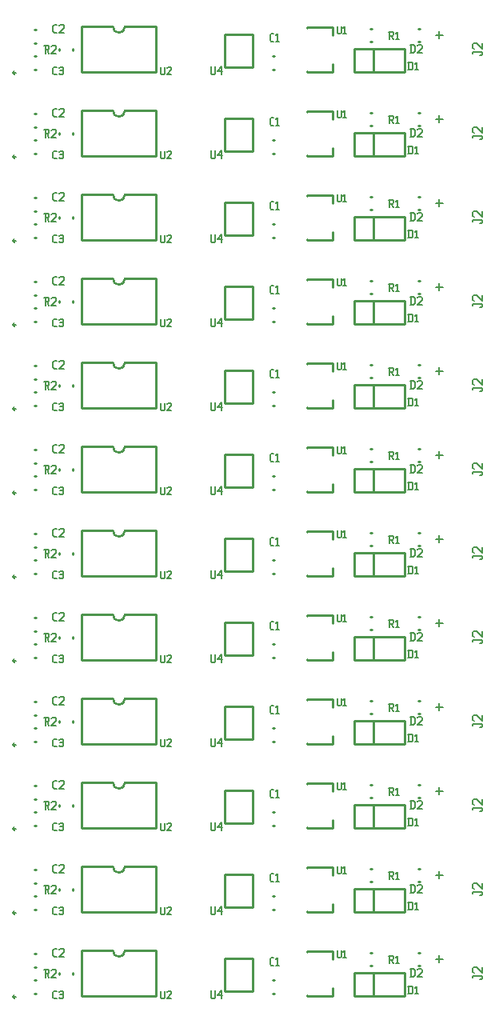
<source format=gbr>
G04 start of page 9 for group -4079 idx -4079 *
G04 Title: (unknown), topsilk *
G04 Creator: pcb 20140316 *
G04 CreationDate: Thu 20 Aug 2020 02:40:25 AM GMT UTC *
G04 For: railfan *
G04 Format: Gerber/RS-274X *
G04 PCB-Dimensions (mil): 2500.00 4300.00 *
G04 PCB-Coordinate-Origin: lower left *
%MOIN*%
%FSLAX25Y25*%
%LNTOPSILK*%
%ADD68C,0.0100*%
%ADD67C,0.0080*%
G54D67*X213000Y273500D02*X216000D01*
X214500Y275000D02*Y272000D01*
X213000Y238500D02*X216000D01*
X214500Y240000D02*Y237000D01*
X213000Y203500D02*X216000D01*
X214500Y205000D02*Y202000D01*
X213000Y168500D02*X216000D01*
X214500Y170000D02*Y167000D01*
X213000Y133500D02*X216000D01*
X214500Y135000D02*Y132000D01*
X213000Y98500D02*X216000D01*
X214500Y100000D02*Y97000D01*
X213000Y63500D02*X216000D01*
X214500Y65000D02*Y62000D01*
X213000Y28500D02*X216000D01*
X214500Y30000D02*Y27000D01*
X213000Y343500D02*X216000D01*
X214500Y345000D02*Y342000D01*
X213000Y308500D02*X216000D01*
X213000Y413500D02*X216000D01*
X214500Y415000D02*Y412000D01*
X213000Y378500D02*X216000D01*
X214500Y380000D02*Y377000D01*
Y310000D02*Y307000D01*
G54D68*X37837Y397732D02*G75*G03X37837Y397732I-500J0D01*G01*
X56245Y407893D02*Y407107D01*
X61755Y407893D02*Y407107D01*
X45607Y404755D02*X46393D01*
X45607Y399245D02*X46393D01*
X45607Y415755D02*X46393D01*
X45607Y410245D02*X46393D01*
X65500Y417000D02*Y398000D01*
X96500D01*
Y417000D01*
X65500D02*X78500D01*
X96500D02*X83500D01*
X78500D02*G75*G03X83500Y417000I2500J0D01*G01*
X37837Y362732D02*G75*G03X37837Y362732I-500J0D01*G01*
X56245Y372893D02*Y372107D01*
X61755Y372893D02*Y372107D01*
X45607Y369755D02*X46393D01*
X45607Y364245D02*X46393D01*
X45607Y380755D02*X46393D01*
X45607Y375245D02*X46393D01*
X65500Y382000D02*Y363000D01*
X96500D01*
Y382000D01*
X65500D02*X78500D01*
X96500D02*X83500D01*
X78500D02*G75*G03X83500Y382000I2500J0D01*G01*
X179000Y328200D02*X200000D01*
X179000Y337800D02*X200000D01*
X179000Y328200D02*Y337800D01*
X200000Y328200D02*Y337800D01*
X187000Y328200D02*Y337800D01*
X159520Y346750D02*X170150D01*
X159520Y328250D02*X170150D01*
Y346750D02*Y343500D01*
Y331500D02*Y328250D01*
X159520Y346750D02*Y346571D01*
Y328429D02*Y328250D01*
X185607Y346255D02*X186393D01*
X185607Y340745D02*X186393D01*
X205607Y346255D02*X206393D01*
X205607Y340745D02*X206393D01*
X145107Y329245D02*X145893D01*
X145107Y334755D02*X145893D01*
X179000Y293200D02*X200000D01*
X179000Y302800D02*X200000D01*
X179000Y293200D02*Y302800D01*
X200000Y293200D02*Y302800D01*
X187000Y293200D02*Y302800D01*
X159520Y311750D02*X170150D01*
X159520Y293250D02*X170150D01*
Y311750D02*Y308500D01*
Y296500D02*Y293250D01*
X159520Y311750D02*Y311571D01*
Y293429D02*Y293250D01*
X145107Y294245D02*X145893D01*
X145107Y299755D02*X145893D01*
X185607Y311255D02*X186393D01*
X185607Y305745D02*X186393D01*
X205607Y311255D02*X206393D01*
X205607Y305745D02*X206393D01*
X37837Y327732D02*G75*G03X37837Y327732I-500J0D01*G01*
X56245Y337893D02*Y337107D01*
X61755Y337893D02*Y337107D01*
X45607Y334755D02*X46393D01*
X45607Y329245D02*X46393D01*
X45607Y345755D02*X46393D01*
X45607Y340245D02*X46393D01*
X136900Y343900D02*Y330000D01*
X125100Y343900D02*X136900D01*
X125100D02*Y330000D01*
X136900D01*
X65500Y347000D02*Y328000D01*
X96500D01*
Y347000D01*
X65500D02*X78500D01*
X96500D02*X83500D01*
X78500D02*G75*G03X83500Y347000I2500J0D01*G01*
X179000Y398200D02*X200000D01*
X179000Y407800D02*X200000D01*
X179000Y398200D02*Y407800D01*
X200000Y398200D02*Y407800D01*
X187000Y398200D02*Y407800D01*
X185607Y416255D02*X186393D01*
X185607Y410745D02*X186393D01*
X205607Y416255D02*X206393D01*
X205607Y410745D02*X206393D01*
X159520Y416750D02*X170150D01*
X159520Y398250D02*X170150D01*
Y416750D02*Y413500D01*
Y401500D02*Y398250D01*
X159520Y416750D02*Y416571D01*
Y398429D02*Y398250D01*
Y381750D02*X170150D01*
X159520Y363250D02*X170150D01*
Y381750D02*Y378500D01*
Y366500D02*Y363250D01*
X159520Y381750D02*Y381571D01*
Y363429D02*Y363250D01*
X145107Y399245D02*X145893D01*
X145107Y404755D02*X145893D01*
X145107Y364245D02*X145893D01*
X145107Y369755D02*X145893D01*
X179000Y363200D02*X200000D01*
X179000Y372800D02*X200000D01*
X179000Y363200D02*Y372800D01*
X200000Y363200D02*Y372800D01*
X187000Y363200D02*Y372800D01*
X185607Y381255D02*X186393D01*
X185607Y375745D02*X186393D01*
X205607Y381255D02*X206393D01*
X205607Y375745D02*X206393D01*
X136900Y413900D02*Y400000D01*
X125100Y413900D02*X136900D01*
X125100D02*Y400000D01*
X136900D01*
Y378900D02*Y365000D01*
X125100Y378900D02*X136900D01*
X125100D02*Y365000D01*
X136900D01*
X37837Y292732D02*G75*G03X37837Y292732I-500J0D01*G01*
Y257732D02*G75*G03X37837Y257732I-500J0D01*G01*
Y222732D02*G75*G03X37837Y222732I-500J0D01*G01*
X56245Y302893D02*Y302107D01*
X61755Y302893D02*Y302107D01*
X45607Y299755D02*X46393D01*
X45607Y294245D02*X46393D01*
X45607Y310755D02*X46393D01*
X45607Y305245D02*X46393D01*
X56245Y267893D02*Y267107D01*
X61755Y267893D02*Y267107D01*
X45607Y264755D02*X46393D01*
X45607Y259245D02*X46393D01*
X45607Y275755D02*X46393D01*
X45607Y270245D02*X46393D01*
X65500Y277000D02*Y258000D01*
X96500D01*
Y277000D01*
X65500D02*X78500D01*
X96500D02*X83500D01*
X78500D02*G75*G03X83500Y277000I2500J0D01*G01*
X45607Y240755D02*X46393D01*
X45607Y235245D02*X46393D01*
X136900Y308900D02*Y295000D01*
X125100Y308900D02*X136900D01*
X125100D02*Y295000D01*
X136900D01*
X65500Y312000D02*Y293000D01*
X96500D01*
Y312000D01*
X65500D02*X78500D01*
X96500D02*X83500D01*
X78500D02*G75*G03X83500Y312000I2500J0D01*G01*
X136900Y273900D02*Y260000D01*
X125100Y273900D02*X136900D01*
X125100D02*Y260000D01*
X136900D01*
Y238900D02*Y225000D01*
X125100Y238900D02*X136900D01*
X125100D02*Y225000D01*
X136900D01*
Y203900D02*Y190000D01*
X125100Y203900D02*X136900D01*
X125100D02*Y190000D01*
X136900D01*
X45607Y159755D02*X46393D01*
X45607Y154245D02*X46393D01*
X65500Y172000D02*Y153000D01*
X96500D01*
Y172000D01*
X65500D02*X78500D01*
X96500D02*X83500D01*
X78500D02*G75*G03X83500Y172000I2500J0D01*G01*
X45607Y170755D02*X46393D01*
X45607Y165245D02*X46393D01*
X56245Y127893D02*Y127107D01*
X61755Y127893D02*Y127107D01*
X45607Y124755D02*X46393D01*
X45607Y119245D02*X46393D01*
X45607Y135755D02*X46393D01*
X45607Y130245D02*X46393D01*
X65500Y137000D02*Y118000D01*
X96500D01*
Y137000D01*
X65500D02*X78500D01*
X96500D02*X83500D01*
X78500D02*G75*G03X83500Y137000I2500J0D01*G01*
X37837Y187732D02*G75*G03X37837Y187732I-500J0D01*G01*
Y152732D02*G75*G03X37837Y152732I-500J0D01*G01*
Y117732D02*G75*G03X37837Y117732I-500J0D01*G01*
Y82732D02*G75*G03X37837Y82732I-500J0D01*G01*
X56245Y92893D02*Y92107D01*
X61755Y92893D02*Y92107D01*
X65500Y102000D02*Y83000D01*
X96500D01*
Y102000D01*
X65500D02*X78500D01*
X96500D02*X83500D01*
X78500D02*G75*G03X83500Y102000I2500J0D01*G01*
X45607Y89755D02*X46393D01*
X45607Y84245D02*X46393D01*
X45607Y100755D02*X46393D01*
X45607Y95245D02*X46393D01*
X179000Y258200D02*X200000D01*
X179000Y267800D02*X200000D01*
X179000Y258200D02*Y267800D01*
X200000Y258200D02*Y267800D01*
X187000Y258200D02*Y267800D01*
X159520Y276750D02*X170150D01*
X159520Y258250D02*X170150D01*
Y276750D02*Y273500D01*
Y261500D02*Y258250D01*
X159520Y276750D02*Y276571D01*
Y258429D02*Y258250D01*
X185607Y276255D02*X186393D01*
X185607Y270745D02*X186393D01*
X205607Y276255D02*X206393D01*
X205607Y270745D02*X206393D01*
X145107Y259245D02*X145893D01*
X145107Y264755D02*X145893D01*
X179000Y223200D02*X200000D01*
X179000Y232800D02*X200000D01*
X179000Y223200D02*Y232800D01*
X200000Y223200D02*Y232800D01*
X187000Y223200D02*Y232800D01*
X159520Y241750D02*X170150D01*
X159520Y223250D02*X170150D01*
Y241750D02*Y238500D01*
Y226500D02*Y223250D01*
X159520Y241750D02*Y241571D01*
Y223429D02*Y223250D01*
X145107Y224245D02*X145893D01*
X145107Y229755D02*X145893D01*
X185607Y241255D02*X186393D01*
X185607Y235745D02*X186393D01*
X205607Y241255D02*X206393D01*
X205607Y235745D02*X206393D01*
X56245Y232893D02*Y232107D01*
X61755Y232893D02*Y232107D01*
X45607Y229755D02*X46393D01*
X45607Y224245D02*X46393D01*
X45607Y205755D02*X46393D01*
X45607Y200245D02*X46393D01*
X65500Y242000D02*Y223000D01*
X96500D01*
Y242000D01*
X65500D02*X78500D01*
X96500D02*X83500D01*
X78500D02*G75*G03X83500Y242000I2500J0D01*G01*
X65500Y207000D02*Y188000D01*
X96500D01*
Y207000D01*
X65500D02*X78500D01*
X96500D02*X83500D01*
X78500D02*G75*G03X83500Y207000I2500J0D01*G01*
X56245Y197893D02*Y197107D01*
X61755Y197893D02*Y197107D01*
X45607Y194755D02*X46393D01*
X45607Y189245D02*X46393D01*
X56245Y162893D02*Y162107D01*
X61755Y162893D02*Y162107D01*
X179000Y188200D02*X200000D01*
X179000Y197800D02*X200000D01*
X179000Y188200D02*Y197800D01*
X200000Y188200D02*Y197800D01*
X187000Y188200D02*Y197800D01*
X159520Y206750D02*X170150D01*
X159520Y188250D02*X170150D01*
Y206750D02*Y203500D01*
Y191500D02*Y188250D01*
X159520Y206750D02*Y206571D01*
Y188429D02*Y188250D01*
X185607Y206255D02*X186393D01*
X185607Y200745D02*X186393D01*
X205607Y206255D02*X206393D01*
X205607Y200745D02*X206393D01*
X145107Y189245D02*X145893D01*
X145107Y194755D02*X145893D01*
X179000Y153200D02*X200000D01*
X179000Y162800D02*X200000D01*
X179000Y153200D02*Y162800D01*
X200000Y153200D02*Y162800D01*
X187000Y153200D02*Y162800D01*
X159520Y171750D02*X170150D01*
X159520Y153250D02*X170150D01*
Y171750D02*Y168500D01*
Y156500D02*Y153250D01*
X159520Y171750D02*Y171571D01*
Y153429D02*Y153250D01*
X145107Y154245D02*X145893D01*
X145107Y159755D02*X145893D01*
X185607Y171255D02*X186393D01*
X185607Y165745D02*X186393D01*
X205607Y171255D02*X206393D01*
X205607Y165745D02*X206393D01*
X136900Y168900D02*Y155000D01*
X125100Y168900D02*X136900D01*
X125100D02*Y155000D01*
X136900D01*
X179000Y118200D02*X200000D01*
X179000Y127800D02*X200000D01*
X179000Y118200D02*Y127800D01*
X200000Y118200D02*Y127800D01*
X187000Y118200D02*Y127800D01*
X159520Y136750D02*X170150D01*
X159520Y118250D02*X170150D01*
Y136750D02*Y133500D01*
Y121500D02*Y118250D01*
X159520Y136750D02*Y136571D01*
Y118429D02*Y118250D01*
X185607Y136255D02*X186393D01*
X185607Y130745D02*X186393D01*
X205607Y136255D02*X206393D01*
X205607Y130745D02*X206393D01*
X145107Y119245D02*X145893D01*
X145107Y124755D02*X145893D01*
X179000Y83200D02*X200000D01*
X179000Y92800D02*X200000D01*
X179000Y83200D02*Y92800D01*
X200000Y83200D02*Y92800D01*
X187000Y83200D02*Y92800D01*
X159520Y101750D02*X170150D01*
X159520Y83250D02*X170150D01*
Y101750D02*Y98500D01*
Y86500D02*Y83250D01*
X159520Y101750D02*Y101571D01*
Y83429D02*Y83250D01*
X145107Y84245D02*X145893D01*
X145107Y89755D02*X145893D01*
X185607Y101255D02*X186393D01*
X185607Y95745D02*X186393D01*
X205607Y101255D02*X206393D01*
X205607Y95745D02*X206393D01*
X136900Y133900D02*Y120000D01*
X125100Y133900D02*X136900D01*
X125100D02*Y120000D01*
X136900D01*
Y98900D02*Y85000D01*
X125100Y98900D02*X136900D01*
X125100D02*Y85000D01*
X136900D01*
X37837Y47732D02*G75*G03X37837Y47732I-500J0D01*G01*
X45607Y54755D02*X46393D01*
X45607Y49245D02*X46393D01*
X45607Y65755D02*X46393D01*
X45607Y60245D02*X46393D01*
X37837Y12732D02*G75*G03X37837Y12732I-500J0D01*G01*
X45607Y19755D02*X46393D01*
X45607Y14245D02*X46393D01*
X45607Y30755D02*X46393D01*
X45607Y25245D02*X46393D01*
X136900Y63900D02*Y50000D01*
X125100Y63900D02*X136900D01*
X125100D02*Y50000D01*
X136900D01*
X56245Y57893D02*Y57107D01*
X61755Y57893D02*Y57107D01*
X65500Y67000D02*Y48000D01*
X96500D01*
Y67000D01*
X65500D02*X78500D01*
X96500D02*X83500D01*
X78500D02*G75*G03X83500Y67000I2500J0D01*G01*
X56245Y22893D02*Y22107D01*
X61755Y22893D02*Y22107D01*
X136900Y28900D02*Y15000D01*
X125100Y28900D02*X136900D01*
X125100D02*Y15000D01*
X136900D01*
X65500Y32000D02*Y13000D01*
X96500D01*
Y32000D01*
X65500D02*X78500D01*
X96500D02*X83500D01*
X78500D02*G75*G03X83500Y32000I2500J0D01*G01*
X179000Y48200D02*X200000D01*
X179000Y57800D02*X200000D01*
X179000Y48200D02*Y57800D01*
X200000Y48200D02*Y57800D01*
X187000Y48200D02*Y57800D01*
X159520Y66750D02*X170150D01*
X159520Y48250D02*X170150D01*
Y66750D02*Y63500D01*
Y51500D02*Y48250D01*
X159520Y66750D02*Y66571D01*
Y48429D02*Y48250D01*
X185607Y66255D02*X186393D01*
X185607Y60745D02*X186393D01*
X205607Y66255D02*X206393D01*
X205607Y60745D02*X206393D01*
X145107Y49245D02*X145893D01*
X145107Y54755D02*X145893D01*
X179000Y13200D02*X200000D01*
X179000Y22800D02*X200000D01*
X179000Y13200D02*Y22800D01*
X200000Y13200D02*Y22800D01*
X187000Y13200D02*Y22800D01*
X159520Y31750D02*X170150D01*
X159520Y13250D02*X170150D01*
Y31750D02*Y28500D01*
Y16500D02*Y13250D01*
X159520Y31750D02*Y31571D01*
Y13429D02*Y13250D01*
X145107Y14245D02*X145893D01*
X145107Y19755D02*X145893D01*
X185607Y31255D02*X186393D01*
X185607Y25745D02*X186393D01*
X205607Y31255D02*X206393D01*
X205607Y25745D02*X206393D01*
G54D67*X54060Y362000D02*X55100D01*
X53500Y362560D02*X54060Y362000D01*
X53500Y364640D02*Y362560D01*
Y364640D02*X54060Y365200D01*
X55100D01*
X56060Y364800D02*X56460Y365200D01*
X57260D01*
X57660Y364800D01*
X57260Y362000D02*X57660Y362400D01*
X56460Y362000D02*X57260D01*
X56060Y362400D02*X56460Y362000D01*
Y363760D02*X57260D01*
X57660Y364800D02*Y364160D01*
Y363360D02*Y362400D01*
Y363360D02*X57260Y363760D01*
X57660Y364160D02*X57260Y363760D01*
X49900Y339100D02*X51500D01*
X51900Y338700D01*
Y337900D01*
X51500Y337500D02*X51900Y337900D01*
X50300Y337500D02*X51500D01*
X50300Y339100D02*Y335900D01*
X50940Y337500D02*X51900Y335900D01*
X52860Y338700D02*X53260Y339100D01*
X54460D01*
X54860Y338700D01*
Y337900D01*
X52860Y335900D02*X54860Y337900D01*
X52860Y335900D02*X54860D01*
X54060Y344500D02*X55100D01*
X53500Y345060D02*X54060Y344500D01*
X53500Y347140D02*Y345060D01*
Y347140D02*X54060Y347700D01*
X55100D01*
X56060Y347300D02*X56460Y347700D01*
X57660D01*
X58060Y347300D01*
Y346500D01*
X56060Y344500D02*X58060Y346500D01*
X56060Y344500D02*X58060D01*
X54060Y327000D02*X55100D01*
X53500Y327560D02*X54060Y327000D01*
X53500Y329640D02*Y327560D01*
Y329640D02*X54060Y330200D01*
X55100D01*
X56060Y329800D02*X56460Y330200D01*
X57260D01*
X57660Y329800D01*
X57260Y327000D02*X57660Y327400D01*
X56460Y327000D02*X57260D01*
X56060Y327400D02*X56460Y327000D01*
Y328760D02*X57260D01*
X57660Y329800D02*Y329160D01*
Y328360D02*Y327400D01*
Y328360D02*X57260Y328760D01*
X57660Y329160D02*X57260Y328760D01*
X49900Y269100D02*X51500D01*
X51900Y268700D01*
Y267900D01*
X51500Y267500D02*X51900Y267900D01*
X50300Y267500D02*X51500D01*
X50300Y269100D02*Y265900D01*
X50940Y267500D02*X51900Y265900D01*
X52860Y268700D02*X53260Y269100D01*
X54460D01*
X54860Y268700D01*
Y267900D01*
X52860Y265900D02*X54860Y267900D01*
X52860Y265900D02*X54860D01*
X54060Y257000D02*X55100D01*
X53500Y257560D02*X54060Y257000D01*
X53500Y259640D02*Y257560D01*
Y259640D02*X54060Y260200D01*
X55100D01*
X56060Y259800D02*X56460Y260200D01*
X57260D01*
X57660Y259800D01*
X57260Y257000D02*X57660Y257400D01*
X56460Y257000D02*X57260D01*
X56060Y257400D02*X56460Y257000D01*
Y258760D02*X57260D01*
X57660Y259800D02*Y259160D01*
Y258360D02*Y257400D01*
Y258360D02*X57260Y258760D01*
X57660Y259160D02*X57260Y258760D01*
X54060Y274500D02*X55100D01*
X53500Y275060D02*X54060Y274500D01*
X53500Y277140D02*Y275060D01*
Y277140D02*X54060Y277700D01*
X55100D01*
X56060Y277300D02*X56460Y277700D01*
X57660D01*
X58060Y277300D01*
Y276500D01*
X56060Y274500D02*X58060Y276500D01*
X56060Y274500D02*X58060D01*
X49900Y304100D02*X51500D01*
X51900Y303700D01*
Y302900D01*
X51500Y302500D02*X51900Y302900D01*
X50300Y302500D02*X51500D01*
X50300Y304100D02*Y300900D01*
X50940Y302500D02*X51900Y300900D01*
X52860Y303700D02*X53260Y304100D01*
X54460D01*
X54860Y303700D01*
Y302900D01*
X52860Y300900D02*X54860Y302900D01*
X52860Y300900D02*X54860D01*
X54060Y309500D02*X55100D01*
X53500Y310060D02*X54060Y309500D01*
X53500Y312140D02*Y310060D01*
Y312140D02*X54060Y312700D01*
X55100D01*
X56060Y312300D02*X56460Y312700D01*
X57660D01*
X58060Y312300D01*
Y311500D01*
X56060Y309500D02*X58060Y311500D01*
X56060Y309500D02*X58060D01*
X119500Y365300D02*Y362500D01*
X119900Y362100D01*
X120700D01*
X121100Y362500D01*
Y365300D02*Y362500D01*
X122060Y363300D02*X123660Y365300D01*
X122060Y363300D02*X124060D01*
X123660Y365300D02*Y362100D01*
X98500Y365230D02*Y362535D01*
X98885Y362150D01*
X99655D01*
X100040Y362535D01*
Y365230D02*Y362535D01*
X100964Y364845D02*X101349Y365230D01*
X102504D01*
X102889Y364845D01*
Y364075D01*
X100964Y362150D02*X102889Y364075D01*
X100964Y362150D02*X102889D01*
X119500Y330300D02*Y327500D01*
X119900Y327100D01*
X120700D01*
X121100Y327500D01*
Y330300D02*Y327500D01*
X122060Y328300D02*X123660Y330300D01*
X122060Y328300D02*X124060D01*
X123660Y330300D02*Y327100D01*
X54060Y292000D02*X55100D01*
X53500Y292560D02*X54060Y292000D01*
X53500Y294640D02*Y292560D01*
Y294640D02*X54060Y295200D01*
X55100D01*
X56060Y294800D02*X56460Y295200D01*
X57260D01*
X57660Y294800D01*
X57260Y292000D02*X57660Y292400D01*
X56460Y292000D02*X57260D01*
X56060Y292400D02*X56460Y292000D01*
Y293760D02*X57260D01*
X57660Y294800D02*Y294160D01*
Y293360D02*Y292400D01*
Y293360D02*X57260Y293760D01*
X57660Y294160D02*X57260Y293760D01*
X119500Y295300D02*Y292500D01*
X119900Y292100D01*
X120700D01*
X121100Y292500D01*
Y295300D02*Y292500D01*
X122060Y293300D02*X123660Y295300D01*
X122060Y293300D02*X124060D01*
X123660Y295300D02*Y292100D01*
X98500Y295230D02*Y292535D01*
X98885Y292150D01*
X99655D01*
X100040Y292535D01*
Y295230D02*Y292535D01*
X100964Y294845D02*X101349Y295230D01*
X102504D01*
X102889Y294845D01*
Y294075D01*
X100964Y292150D02*X102889Y294075D01*
X100964Y292150D02*X102889D01*
X98500Y330230D02*Y327535D01*
X98885Y327150D01*
X99655D01*
X100040Y327535D01*
Y330230D02*Y327535D01*
X100964Y329845D02*X101349Y330230D01*
X102504D01*
X102889Y329845D01*
Y329075D01*
X100964Y327150D02*X102889Y329075D01*
X100964Y327150D02*X102889D01*
X119500Y260300D02*Y257500D01*
X119900Y257100D01*
X120700D01*
X121100Y257500D01*
Y260300D02*Y257500D01*
X122060Y258300D02*X123660Y260300D01*
X122060Y258300D02*X124060D01*
X123660Y260300D02*Y257100D01*
X98500Y260230D02*Y257535D01*
X98885Y257150D01*
X99655D01*
X100040Y257535D01*
Y260230D02*Y257535D01*
X100964Y259845D02*X101349Y260230D01*
X102504D01*
X102889Y259845D01*
Y259075D01*
X100964Y257150D02*X102889Y259075D01*
X100964Y257150D02*X102889D01*
X119500Y225300D02*Y222500D01*
X119900Y222100D01*
X120700D01*
X121100Y222500D01*
Y225300D02*Y222500D01*
X122060Y223300D02*X123660Y225300D01*
X122060Y223300D02*X124060D01*
X123660Y225300D02*Y222100D01*
X98500Y225230D02*Y222535D01*
X98885Y222150D01*
X99655D01*
X100040Y222535D01*
Y225230D02*Y222535D01*
X100964Y224845D02*X101349Y225230D01*
X102504D01*
X102889Y224845D01*
Y224075D01*
X100964Y222150D02*X102889Y224075D01*
X100964Y222150D02*X102889D01*
X49900Y234100D02*X51500D01*
X51900Y233700D01*
Y232900D01*
X51500Y232500D02*X51900Y232900D01*
X50300Y232500D02*X51500D01*
X50300Y234100D02*Y230900D01*
X50940Y232500D02*X51900Y230900D01*
X52860Y233700D02*X53260Y234100D01*
X54460D01*
X54860Y233700D01*
Y232900D01*
X52860Y230900D02*X54860Y232900D01*
X52860Y230900D02*X54860D01*
X54060Y222000D02*X55100D01*
X53500Y222560D02*X54060Y222000D01*
X53500Y224640D02*Y222560D01*
Y224640D02*X54060Y225200D01*
X55100D01*
X56060Y224800D02*X56460Y225200D01*
X57260D01*
X57660Y224800D01*
X57260Y222000D02*X57660Y222400D01*
X56460Y222000D02*X57260D01*
X56060Y222400D02*X56460Y222000D01*
Y223760D02*X57260D01*
X57660Y224800D02*Y224160D01*
Y223360D02*Y222400D01*
Y223360D02*X57260Y223760D01*
X57660Y224160D02*X57260Y223760D01*
X54060Y239500D02*X55100D01*
X53500Y240060D02*X54060Y239500D01*
X53500Y242140D02*Y240060D01*
Y242140D02*X54060Y242700D01*
X55100D01*
X56060Y242300D02*X56460Y242700D01*
X57660D01*
X58060Y242300D01*
Y241500D01*
X56060Y239500D02*X58060Y241500D01*
X56060Y239500D02*X58060D01*
X54060Y204500D02*X55100D01*
X53500Y205060D02*X54060Y204500D01*
X53500Y207140D02*Y205060D01*
Y207140D02*X54060Y207700D01*
X55100D01*
X56060Y207300D02*X56460Y207700D01*
X57660D01*
X58060Y207300D01*
Y206500D01*
X56060Y204500D02*X58060Y206500D01*
X56060Y204500D02*X58060D01*
X201900Y402200D02*Y399000D01*
X202940Y402200D02*X203500Y401640D01*
Y399560D01*
X202940Y399000D02*X203500Y399560D01*
X201500Y399000D02*X202940D01*
X201500Y402200D02*X202940D01*
X204460Y401560D02*X205100Y402200D01*
Y399000D01*
X204460D02*X205660D01*
X228500Y406500D02*Y405700D01*
Y406500D02*X232000D01*
X232500Y406000D02*X232000Y406500D01*
X232500Y406000D02*Y405500D01*
X232000Y405000D02*X232500Y405500D01*
X231500Y405000D02*X232000D01*
X229000Y407700D02*X228500Y408200D01*
Y409700D02*Y408200D01*
Y409700D02*X229000Y410200D01*
X230000D01*
X232500Y407700D02*X230000Y410200D01*
X232500D02*Y407700D01*
X202750Y409350D02*Y406150D01*
X203790Y409350D02*X204350Y408790D01*
Y406710D01*
X203790Y406150D02*X204350Y406710D01*
X202350Y406150D02*X203790D01*
X202350Y409350D02*X203790D01*
X205310Y408950D02*X205710Y409350D01*
X206910D01*
X207310Y408950D01*
Y408150D01*
X205310Y406150D02*X207310Y408150D01*
X205310Y406150D02*X207310D01*
X172000Y417200D02*Y414400D01*
X172400Y414000D01*
X173200D01*
X173600Y414400D01*
Y417200D02*Y414400D01*
X174560Y416560D02*X175200Y417200D01*
Y414000D01*
X174560D02*X175760D01*
X193436Y414850D02*X195036D01*
X195436Y414450D01*
Y413650D01*
X195036Y413250D02*X195436Y413650D01*
X193836Y413250D02*X195036D01*
X193836Y414850D02*Y411650D01*
X194476Y413250D02*X195436Y411650D01*
X196396Y414210D02*X197036Y414850D01*
Y411650D01*
X196396D02*X197596D01*
X193436Y379850D02*X195036D01*
X195436Y379450D01*
Y378650D01*
X195036Y378250D02*X195436Y378650D01*
X193836Y378250D02*X195036D01*
X193836Y379850D02*Y376650D01*
X194476Y378250D02*X195436Y376650D01*
X196396Y379210D02*X197036Y379850D01*
Y376650D01*
X196396D02*X197596D01*
X49900Y409100D02*X51500D01*
X51900Y408700D01*
Y407900D01*
X51500Y407500D02*X51900Y407900D01*
X50300Y407500D02*X51500D01*
X50300Y409100D02*Y405900D01*
X50940Y407500D02*X51900Y405900D01*
X52860Y408700D02*X53260Y409100D01*
X54460D01*
X54860Y408700D01*
Y407900D01*
X52860Y405900D02*X54860Y407900D01*
X52860Y405900D02*X54860D01*
X54060Y397000D02*X55100D01*
X53500Y397560D02*X54060Y397000D01*
X53500Y399640D02*Y397560D01*
Y399640D02*X54060Y400200D01*
X55100D01*
X56060Y399800D02*X56460Y400200D01*
X57260D01*
X57660Y399800D01*
X57260Y397000D02*X57660Y397400D01*
X56460Y397000D02*X57260D01*
X56060Y397400D02*X56460Y397000D01*
Y398760D02*X57260D01*
X57660Y399800D02*Y399160D01*
Y398360D02*Y397400D01*
Y398360D02*X57260Y398760D01*
X57660Y399160D02*X57260Y398760D01*
X54060Y414500D02*X55100D01*
X53500Y415060D02*X54060Y414500D01*
X53500Y417140D02*Y415060D01*
Y417140D02*X54060Y417700D01*
X55100D01*
X56060Y417300D02*X56460Y417700D01*
X57660D01*
X58060Y417300D01*
Y416500D01*
X56060Y414500D02*X58060Y416500D01*
X56060Y414500D02*X58060D01*
X119500Y400300D02*Y397500D01*
X119900Y397100D01*
X120700D01*
X121100Y397500D01*
Y400300D02*Y397500D01*
X122060Y398300D02*X123660Y400300D01*
X122060Y398300D02*X124060D01*
X123660Y400300D02*Y397100D01*
X98500Y400230D02*Y397535D01*
X98885Y397150D01*
X99655D01*
X100040Y397535D01*
Y400230D02*Y397535D01*
X100964Y399845D02*X101349Y400230D01*
X102504D01*
X102889Y399845D01*
Y399075D01*
X100964Y397150D02*X102889Y399075D01*
X100964Y397150D02*X102889D01*
X49900Y374100D02*X51500D01*
X51900Y373700D01*
Y372900D01*
X51500Y372500D02*X51900Y372900D01*
X50300Y372500D02*X51500D01*
X50300Y374100D02*Y370900D01*
X50940Y372500D02*X51900Y370900D01*
X52860Y373700D02*X53260Y374100D01*
X54460D01*
X54860Y373700D01*
Y372900D01*
X52860Y370900D02*X54860Y372900D01*
X52860Y370900D02*X54860D01*
X54060Y379500D02*X55100D01*
X53500Y380060D02*X54060Y379500D01*
X53500Y382140D02*Y380060D01*
Y382140D02*X54060Y382700D01*
X55100D01*
X56060Y382300D02*X56460Y382700D01*
X57660D01*
X58060Y382300D01*
Y381500D01*
X56060Y379500D02*X58060Y381500D01*
X56060Y379500D02*X58060D01*
X144497Y410906D02*X145537D01*
X143937Y411466D02*X144497Y410906D01*
X143937Y413546D02*Y411466D01*
Y413546D02*X144497Y414106D01*
X145537D01*
X146497Y413466D02*X147137Y414106D01*
Y410906D01*
X146497D02*X147697D01*
X144497Y375906D02*X145537D01*
X143937Y376466D02*X144497Y375906D01*
X143937Y378546D02*Y376466D01*
Y378546D02*X144497Y379106D01*
X145537D01*
X146497Y378466D02*X147137Y379106D01*
Y375906D01*
X146497D02*X147697D01*
X144497Y340906D02*X145537D01*
X143937Y341466D02*X144497Y340906D01*
X143937Y343546D02*Y341466D01*
Y343546D02*X144497Y344106D01*
X145537D01*
X146497Y343466D02*X147137Y344106D01*
Y340906D01*
X146497D02*X147697D01*
X144497Y305906D02*X145537D01*
X143937Y306466D02*X144497Y305906D01*
X143937Y308546D02*Y306466D01*
Y308546D02*X144497Y309106D01*
X145537D01*
X146497Y308466D02*X147137Y309106D01*
Y305906D01*
X146497D02*X147697D01*
X144497Y270906D02*X145537D01*
X143937Y271466D02*X144497Y270906D01*
X143937Y273546D02*Y271466D01*
Y273546D02*X144497Y274106D01*
X145537D01*
X146497Y273466D02*X147137Y274106D01*
Y270906D01*
X146497D02*X147697D01*
X228500Y371500D02*Y370700D01*
Y371500D02*X232000D01*
X232500Y371000D02*X232000Y371500D01*
X232500Y371000D02*Y370500D01*
X232000Y370000D02*X232500Y370500D01*
X231500Y370000D02*X232000D01*
X229000Y372700D02*X228500Y373200D01*
Y374700D02*Y373200D01*
Y374700D02*X229000Y375200D01*
X230000D01*
X232500Y372700D02*X230000Y375200D01*
X232500D02*Y372700D01*
X228500Y336500D02*Y335700D01*
Y336500D02*X232000D01*
X232500Y336000D02*X232000Y336500D01*
X232500Y336000D02*Y335500D01*
X232000Y335000D02*X232500Y335500D01*
X231500Y335000D02*X232000D01*
X229000Y337700D02*X228500Y338200D01*
Y339700D02*Y338200D01*
Y339700D02*X229000Y340200D01*
X230000D01*
X232500Y337700D02*X230000Y340200D01*
X232500D02*Y337700D01*
X172000Y382200D02*Y379400D01*
X172400Y379000D01*
X173200D01*
X173600Y379400D01*
Y382200D02*Y379400D01*
X174560Y381560D02*X175200Y382200D01*
Y379000D01*
X174560D02*X175760D01*
X172000Y347200D02*Y344400D01*
X172400Y344000D01*
X173200D01*
X173600Y344400D01*
Y347200D02*Y344400D01*
X174560Y346560D02*X175200Y347200D01*
Y344000D01*
X174560D02*X175760D01*
X172000Y312200D02*Y309400D01*
X172400Y309000D01*
X173200D01*
X173600Y309400D01*
Y312200D02*Y309400D01*
X174560Y311560D02*X175200Y312200D01*
Y309000D01*
X174560D02*X175760D01*
X172000Y277200D02*Y274400D01*
X172400Y274000D01*
X173200D01*
X173600Y274400D01*
Y277200D02*Y274400D01*
X174560Y276560D02*X175200Y277200D01*
Y274000D01*
X174560D02*X175760D01*
X201900Y367200D02*Y364000D01*
X202940Y367200D02*X203500Y366640D01*
Y364560D01*
X202940Y364000D02*X203500Y364560D01*
X201500Y364000D02*X202940D01*
X201500Y367200D02*X202940D01*
X204460Y366560D02*X205100Y367200D01*
Y364000D01*
X204460D02*X205660D01*
X202750Y374350D02*Y371150D01*
X203790Y374350D02*X204350Y373790D01*
Y371710D01*
X203790Y371150D02*X204350Y371710D01*
X202350Y371150D02*X203790D01*
X202350Y374350D02*X203790D01*
X205310Y373950D02*X205710Y374350D01*
X206910D01*
X207310Y373950D01*
Y373150D01*
X205310Y371150D02*X207310Y373150D01*
X205310Y371150D02*X207310D01*
X201900Y332200D02*Y329000D01*
X202940Y332200D02*X203500Y331640D01*
Y329560D01*
X202940Y329000D02*X203500Y329560D01*
X201500Y329000D02*X202940D01*
X201500Y332200D02*X202940D01*
X204460Y331560D02*X205100Y332200D01*
Y329000D01*
X204460D02*X205660D01*
X193436Y344850D02*X195036D01*
X195436Y344450D01*
Y343650D01*
X195036Y343250D02*X195436Y343650D01*
X193836Y343250D02*X195036D01*
X193836Y344850D02*Y341650D01*
X194476Y343250D02*X195436Y341650D01*
X196396Y344210D02*X197036Y344850D01*
Y341650D01*
X196396D02*X197596D01*
X202750Y339350D02*Y336150D01*
X203790Y339350D02*X204350Y338790D01*
Y336710D01*
X203790Y336150D02*X204350Y336710D01*
X202350Y336150D02*X203790D01*
X202350Y339350D02*X203790D01*
X205310Y338950D02*X205710Y339350D01*
X206910D01*
X207310Y338950D01*
Y338150D01*
X205310Y336150D02*X207310Y338150D01*
X205310Y336150D02*X207310D01*
X201900Y297200D02*Y294000D01*
X202940Y297200D02*X203500Y296640D01*
Y294560D01*
X202940Y294000D02*X203500Y294560D01*
X201500Y294000D02*X202940D01*
X201500Y297200D02*X202940D01*
X204460Y296560D02*X205100Y297200D01*
Y294000D01*
X204460D02*X205660D01*
X193436Y309850D02*X195036D01*
X195436Y309450D01*
Y308650D01*
X195036Y308250D02*X195436Y308650D01*
X193836Y308250D02*X195036D01*
X193836Y309850D02*Y306650D01*
X194476Y308250D02*X195436Y306650D01*
X196396Y309210D02*X197036Y309850D01*
Y306650D01*
X196396D02*X197596D01*
X202750Y304350D02*Y301150D01*
X203790Y304350D02*X204350Y303790D01*
Y301710D01*
X203790Y301150D02*X204350Y301710D01*
X202350Y301150D02*X203790D01*
X202350Y304350D02*X203790D01*
X205310Y303950D02*X205710Y304350D01*
X206910D01*
X207310Y303950D01*
Y303150D01*
X205310Y301150D02*X207310Y303150D01*
X205310Y301150D02*X207310D01*
X228500Y301500D02*Y300700D01*
Y301500D02*X232000D01*
X232500Y301000D02*X232000Y301500D01*
X232500Y301000D02*Y300500D01*
X232000Y300000D02*X232500Y300500D01*
X231500Y300000D02*X232000D01*
X229000Y302700D02*X228500Y303200D01*
Y304700D02*Y303200D01*
Y304700D02*X229000Y305200D01*
X230000D01*
X232500Y302700D02*X230000Y305200D01*
X232500D02*Y302700D01*
X228500Y266500D02*Y265700D01*
Y266500D02*X232000D01*
X232500Y266000D02*X232000Y266500D01*
X232500Y266000D02*Y265500D01*
X232000Y265000D02*X232500Y265500D01*
X231500Y265000D02*X232000D01*
X229000Y267700D02*X228500Y268200D01*
Y269700D02*Y268200D01*
Y269700D02*X229000Y270200D01*
X230000D01*
X232500Y267700D02*X230000Y270200D01*
X232500D02*Y267700D01*
X201900Y262200D02*Y259000D01*
X202940Y262200D02*X203500Y261640D01*
Y259560D01*
X202940Y259000D02*X203500Y259560D01*
X201500Y259000D02*X202940D01*
X201500Y262200D02*X202940D01*
X204460Y261560D02*X205100Y262200D01*
Y259000D01*
X204460D02*X205660D01*
X193436Y274850D02*X195036D01*
X195436Y274450D01*
Y273650D01*
X195036Y273250D02*X195436Y273650D01*
X193836Y273250D02*X195036D01*
X193836Y274850D02*Y271650D01*
X194476Y273250D02*X195436Y271650D01*
X196396Y274210D02*X197036Y274850D01*
Y271650D01*
X196396D02*X197596D01*
X202750Y269350D02*Y266150D01*
X203790Y269350D02*X204350Y268790D01*
Y266710D01*
X203790Y266150D02*X204350Y266710D01*
X202350Y266150D02*X203790D01*
X202350Y269350D02*X203790D01*
X205310Y268950D02*X205710Y269350D01*
X206910D01*
X207310Y268950D01*
Y268150D01*
X205310Y266150D02*X207310Y268150D01*
X205310Y266150D02*X207310D01*
X228500Y231500D02*Y230700D01*
Y231500D02*X232000D01*
X232500Y231000D02*X232000Y231500D01*
X232500Y231000D02*Y230500D01*
X232000Y230000D02*X232500Y230500D01*
X231500Y230000D02*X232000D01*
X229000Y232700D02*X228500Y233200D01*
Y234700D02*Y233200D01*
Y234700D02*X229000Y235200D01*
X230000D01*
X232500Y232700D02*X230000Y235200D01*
X232500D02*Y232700D01*
X172000Y242200D02*Y239400D01*
X172400Y239000D01*
X173200D01*
X173600Y239400D01*
Y242200D02*Y239400D01*
X174560Y241560D02*X175200Y242200D01*
Y239000D01*
X174560D02*X175760D01*
X172000Y207200D02*Y204400D01*
X172400Y204000D01*
X173200D01*
X173600Y204400D01*
Y207200D02*Y204400D01*
X174560Y206560D02*X175200Y207200D01*
Y204000D01*
X174560D02*X175760D01*
X172000Y172200D02*Y169400D01*
X172400Y169000D01*
X173200D01*
X173600Y169400D01*
Y172200D02*Y169400D01*
X174560Y171560D02*X175200Y172200D01*
Y169000D01*
X174560D02*X175760D01*
X201900Y227200D02*Y224000D01*
X202940Y227200D02*X203500Y226640D01*
Y224560D01*
X202940Y224000D02*X203500Y224560D01*
X201500Y224000D02*X202940D01*
X201500Y227200D02*X202940D01*
X204460Y226560D02*X205100Y227200D01*
Y224000D01*
X204460D02*X205660D01*
X193436Y239850D02*X195036D01*
X195436Y239450D01*
Y238650D01*
X195036Y238250D02*X195436Y238650D01*
X193836Y238250D02*X195036D01*
X193836Y239850D02*Y236650D01*
X194476Y238250D02*X195436Y236650D01*
X196396Y239210D02*X197036Y239850D01*
Y236650D01*
X196396D02*X197596D01*
X202750Y234350D02*Y231150D01*
X203790Y234350D02*X204350Y233790D01*
Y231710D01*
X203790Y231150D02*X204350Y231710D01*
X202350Y231150D02*X203790D01*
X202350Y234350D02*X203790D01*
X205310Y233950D02*X205710Y234350D01*
X206910D01*
X207310Y233950D01*
Y233150D01*
X205310Y231150D02*X207310Y233150D01*
X205310Y231150D02*X207310D01*
X201900Y192200D02*Y189000D01*
X202940Y192200D02*X203500Y191640D01*
Y189560D01*
X202940Y189000D02*X203500Y189560D01*
X201500Y189000D02*X202940D01*
X201500Y192200D02*X202940D01*
X204460Y191560D02*X205100Y192200D01*
Y189000D01*
X204460D02*X205660D01*
X193436Y204850D02*X195036D01*
X195436Y204450D01*
Y203650D01*
X195036Y203250D02*X195436Y203650D01*
X193836Y203250D02*X195036D01*
X193836Y204850D02*Y201650D01*
X194476Y203250D02*X195436Y201650D01*
X196396Y204210D02*X197036Y204850D01*
Y201650D01*
X196396D02*X197596D01*
X202750Y199350D02*Y196150D01*
X203790Y199350D02*X204350Y198790D01*
Y196710D01*
X203790Y196150D02*X204350Y196710D01*
X202350Y196150D02*X203790D01*
X202350Y199350D02*X203790D01*
X205310Y198950D02*X205710Y199350D01*
X206910D01*
X207310Y198950D01*
Y198150D01*
X205310Y196150D02*X207310Y198150D01*
X205310Y196150D02*X207310D01*
X228500Y196500D02*Y195700D01*
Y196500D02*X232000D01*
X232500Y196000D02*X232000Y196500D01*
X232500Y196000D02*Y195500D01*
X232000Y195000D02*X232500Y195500D01*
X231500Y195000D02*X232000D01*
X229000Y197700D02*X228500Y198200D01*
Y199700D02*Y198200D01*
Y199700D02*X229000Y200200D01*
X230000D01*
X232500Y197700D02*X230000Y200200D01*
X232500D02*Y197700D01*
X172000Y137200D02*Y134400D01*
X172400Y134000D01*
X173200D01*
X173600Y134400D01*
Y137200D02*Y134400D01*
X174560Y136560D02*X175200Y137200D01*
Y134000D01*
X174560D02*X175760D01*
X172000Y102200D02*Y99400D01*
X172400Y99000D01*
X173200D01*
X173600Y99400D01*
Y102200D02*Y99400D01*
X174560Y101560D02*X175200Y102200D01*
Y99000D01*
X174560D02*X175760D01*
X172000Y67200D02*Y64400D01*
X172400Y64000D01*
X173200D01*
X173600Y64400D01*
Y67200D02*Y64400D01*
X174560Y66560D02*X175200Y67200D01*
Y64000D01*
X174560D02*X175760D01*
X172000Y32200D02*Y29400D01*
X172400Y29000D01*
X173200D01*
X173600Y29400D01*
Y32200D02*Y29400D01*
X174560Y31560D02*X175200Y32200D01*
Y29000D01*
X174560D02*X175760D01*
X49900Y199100D02*X51500D01*
X51900Y198700D01*
Y197900D01*
X51500Y197500D02*X51900Y197900D01*
X50300Y197500D02*X51500D01*
X50300Y199100D02*Y195900D01*
X50940Y197500D02*X51900Y195900D01*
X52860Y198700D02*X53260Y199100D01*
X54460D01*
X54860Y198700D01*
Y197900D01*
X52860Y195900D02*X54860Y197900D01*
X52860Y195900D02*X54860D01*
X54060Y187000D02*X55100D01*
X53500Y187560D02*X54060Y187000D01*
X53500Y189640D02*Y187560D01*
Y189640D02*X54060Y190200D01*
X55100D01*
X56060Y189800D02*X56460Y190200D01*
X57260D01*
X57660Y189800D01*
X57260Y187000D02*X57660Y187400D01*
X56460Y187000D02*X57260D01*
X56060Y187400D02*X56460Y187000D01*
Y188760D02*X57260D01*
X57660Y189800D02*Y189160D01*
Y188360D02*Y187400D01*
Y188360D02*X57260Y188760D01*
X57660Y189160D02*X57260Y188760D01*
X49900Y164100D02*X51500D01*
X51900Y163700D01*
Y162900D01*
X51500Y162500D02*X51900Y162900D01*
X50300Y162500D02*X51500D01*
X50300Y164100D02*Y160900D01*
X50940Y162500D02*X51900Y160900D01*
X52860Y163700D02*X53260Y164100D01*
X54460D01*
X54860Y163700D01*
Y162900D01*
X52860Y160900D02*X54860Y162900D01*
X52860Y160900D02*X54860D01*
X54060Y169500D02*X55100D01*
X53500Y170060D02*X54060Y169500D01*
X53500Y172140D02*Y170060D01*
Y172140D02*X54060Y172700D01*
X55100D01*
X56060Y172300D02*X56460Y172700D01*
X57660D01*
X58060Y172300D01*
Y171500D01*
X56060Y169500D02*X58060Y171500D01*
X56060Y169500D02*X58060D01*
X144497Y235906D02*X145537D01*
X143937Y236466D02*X144497Y235906D01*
X143937Y238546D02*Y236466D01*
Y238546D02*X144497Y239106D01*
X145537D01*
X146497Y238466D02*X147137Y239106D01*
Y235906D01*
X146497D02*X147697D01*
X144497Y200906D02*X145537D01*
X143937Y201466D02*X144497Y200906D01*
X143937Y203546D02*Y201466D01*
Y203546D02*X144497Y204106D01*
X145537D01*
X146497Y203466D02*X147137Y204106D01*
Y200906D01*
X146497D02*X147697D01*
X144497Y165906D02*X145537D01*
X143937Y166466D02*X144497Y165906D01*
X143937Y168546D02*Y166466D01*
Y168546D02*X144497Y169106D01*
X145537D01*
X146497Y168466D02*X147137Y169106D01*
Y165906D01*
X146497D02*X147697D01*
X119500Y190300D02*Y187500D01*
X119900Y187100D01*
X120700D01*
X121100Y187500D01*
Y190300D02*Y187500D01*
X122060Y188300D02*X123660Y190300D01*
X122060Y188300D02*X124060D01*
X123660Y190300D02*Y187100D01*
X98500Y190230D02*Y187535D01*
X98885Y187150D01*
X99655D01*
X100040Y187535D01*
Y190230D02*Y187535D01*
X100964Y189845D02*X101349Y190230D01*
X102504D01*
X102889Y189845D01*
Y189075D01*
X100964Y187150D02*X102889Y189075D01*
X100964Y187150D02*X102889D01*
X119500Y155300D02*Y152500D01*
X119900Y152100D01*
X120700D01*
X121100Y152500D01*
Y155300D02*Y152500D01*
X122060Y153300D02*X123660Y155300D01*
X122060Y153300D02*X124060D01*
X123660Y155300D02*Y152100D01*
X98500Y155230D02*Y152535D01*
X98885Y152150D01*
X99655D01*
X100040Y152535D01*
Y155230D02*Y152535D01*
X100964Y154845D02*X101349Y155230D01*
X102504D01*
X102889Y154845D01*
Y154075D01*
X100964Y152150D02*X102889Y154075D01*
X100964Y152150D02*X102889D01*
X201900Y157200D02*Y154000D01*
X202940Y157200D02*X203500Y156640D01*
Y154560D01*
X202940Y154000D02*X203500Y154560D01*
X201500Y154000D02*X202940D01*
X201500Y157200D02*X202940D01*
X204460Y156560D02*X205100Y157200D01*
Y154000D01*
X204460D02*X205660D01*
X202750Y164350D02*Y161150D01*
X203790Y164350D02*X204350Y163790D01*
Y161710D01*
X203790Y161150D02*X204350Y161710D01*
X202350Y161150D02*X203790D01*
X202350Y164350D02*X203790D01*
X205310Y163950D02*X205710Y164350D01*
X206910D01*
X207310Y163950D01*
Y163150D01*
X205310Y161150D02*X207310Y163150D01*
X205310Y161150D02*X207310D01*
X201900Y122200D02*Y119000D01*
X202940Y122200D02*X203500Y121640D01*
Y119560D01*
X202940Y119000D02*X203500Y119560D01*
X201500Y119000D02*X202940D01*
X201500Y122200D02*X202940D01*
X204460Y121560D02*X205100Y122200D01*
Y119000D01*
X204460D02*X205660D01*
X202750Y129350D02*Y126150D01*
X203790Y129350D02*X204350Y128790D01*
Y126710D01*
X203790Y126150D02*X204350Y126710D01*
X202350Y126150D02*X203790D01*
X202350Y129350D02*X203790D01*
X205310Y128950D02*X205710Y129350D01*
X206910D01*
X207310Y128950D01*
Y128150D01*
X205310Y126150D02*X207310Y128150D01*
X205310Y126150D02*X207310D01*
X228500Y161500D02*Y160700D01*
Y161500D02*X232000D01*
X232500Y161000D02*X232000Y161500D01*
X232500Y161000D02*Y160500D01*
X232000Y160000D02*X232500Y160500D01*
X231500Y160000D02*X232000D01*
X229000Y162700D02*X228500Y163200D01*
Y164700D02*Y163200D01*
Y164700D02*X229000Y165200D01*
X230000D01*
X232500Y162700D02*X230000Y165200D01*
X232500D02*Y162700D01*
X228500Y126500D02*Y125700D01*
Y126500D02*X232000D01*
X232500Y126000D02*X232000Y126500D01*
X232500Y126000D02*Y125500D01*
X232000Y125000D02*X232500Y125500D01*
X231500Y125000D02*X232000D01*
X229000Y127700D02*X228500Y128200D01*
Y129700D02*Y128200D01*
Y129700D02*X229000Y130200D01*
X230000D01*
X232500Y127700D02*X230000Y130200D01*
X232500D02*Y127700D01*
X228500Y91500D02*Y90700D01*
Y91500D02*X232000D01*
X232500Y91000D02*X232000Y91500D01*
X232500Y91000D02*Y90500D01*
X232000Y90000D02*X232500Y90500D01*
X231500Y90000D02*X232000D01*
X229000Y92700D02*X228500Y93200D01*
Y94700D02*Y93200D01*
Y94700D02*X229000Y95200D01*
X230000D01*
X232500Y92700D02*X230000Y95200D01*
X232500D02*Y92700D01*
X193436Y169850D02*X195036D01*
X195436Y169450D01*
Y168650D01*
X195036Y168250D02*X195436Y168650D01*
X193836Y168250D02*X195036D01*
X193836Y169850D02*Y166650D01*
X194476Y168250D02*X195436Y166650D01*
X196396Y169210D02*X197036Y169850D01*
Y166650D01*
X196396D02*X197596D01*
X193436Y134850D02*X195036D01*
X195436Y134450D01*
Y133650D01*
X195036Y133250D02*X195436Y133650D01*
X193836Y133250D02*X195036D01*
X193836Y134850D02*Y131650D01*
X194476Y133250D02*X195436Y131650D01*
X196396Y134210D02*X197036Y134850D01*
Y131650D01*
X196396D02*X197596D01*
X193436Y99850D02*X195036D01*
X195436Y99450D01*
Y98650D01*
X195036Y98250D02*X195436Y98650D01*
X193836Y98250D02*X195036D01*
X193836Y99850D02*Y96650D01*
X194476Y98250D02*X195436Y96650D01*
X196396Y99210D02*X197036Y99850D01*
Y96650D01*
X196396D02*X197596D01*
X201900Y87200D02*Y84000D01*
X202940Y87200D02*X203500Y86640D01*
Y84560D01*
X202940Y84000D02*X203500Y84560D01*
X201500Y84000D02*X202940D01*
X201500Y87200D02*X202940D01*
X204460Y86560D02*X205100Y87200D01*
Y84000D01*
X204460D02*X205660D01*
X202750Y94350D02*Y91150D01*
X203790Y94350D02*X204350Y93790D01*
Y91710D01*
X203790Y91150D02*X204350Y91710D01*
X202350Y91150D02*X203790D01*
X202350Y94350D02*X203790D01*
X205310Y93950D02*X205710Y94350D01*
X206910D01*
X207310Y93950D01*
Y93150D01*
X205310Y91150D02*X207310Y93150D01*
X205310Y91150D02*X207310D01*
X201900Y52200D02*Y49000D01*
X202940Y52200D02*X203500Y51640D01*
Y49560D01*
X202940Y49000D02*X203500Y49560D01*
X201500Y49000D02*X202940D01*
X201500Y52200D02*X202940D01*
X204460Y51560D02*X205100Y52200D01*
Y49000D01*
X204460D02*X205660D01*
X202750Y59350D02*Y56150D01*
X203790Y59350D02*X204350Y58790D01*
Y56710D01*
X203790Y56150D02*X204350Y56710D01*
X202350Y56150D02*X203790D01*
X202350Y59350D02*X203790D01*
X205310Y58950D02*X205710Y59350D01*
X206910D01*
X207310Y58950D01*
Y58150D01*
X205310Y56150D02*X207310Y58150D01*
X205310Y56150D02*X207310D01*
X201900Y17200D02*Y14000D01*
X202940Y17200D02*X203500Y16640D01*
Y14560D01*
X202940Y14000D02*X203500Y14560D01*
X201500Y14000D02*X202940D01*
X201500Y17200D02*X202940D01*
X204460Y16560D02*X205100Y17200D01*
Y14000D01*
X204460D02*X205660D01*
X202750Y24350D02*Y21150D01*
X203790Y24350D02*X204350Y23790D01*
Y21710D01*
X203790Y21150D02*X204350Y21710D01*
X202350Y21150D02*X203790D01*
X202350Y24350D02*X203790D01*
X205310Y23950D02*X205710Y24350D01*
X206910D01*
X207310Y23950D01*
Y23150D01*
X205310Y21150D02*X207310Y23150D01*
X205310Y21150D02*X207310D01*
X228500Y56500D02*Y55700D01*
Y56500D02*X232000D01*
X232500Y56000D02*X232000Y56500D01*
X232500Y56000D02*Y55500D01*
X232000Y55000D02*X232500Y55500D01*
X231500Y55000D02*X232000D01*
X229000Y57700D02*X228500Y58200D01*
Y59700D02*Y58200D01*
Y59700D02*X229000Y60200D01*
X230000D01*
X232500Y57700D02*X230000Y60200D01*
X232500D02*Y57700D01*
X228500Y21500D02*Y20700D01*
Y21500D02*X232000D01*
X232500Y21000D02*X232000Y21500D01*
X232500Y21000D02*Y20500D01*
X232000Y20000D02*X232500Y20500D01*
X231500Y20000D02*X232000D01*
X229000Y22700D02*X228500Y23200D01*
Y24700D02*Y23200D01*
Y24700D02*X229000Y25200D01*
X230000D01*
X232500Y22700D02*X230000Y25200D01*
X232500D02*Y22700D01*
X193436Y64850D02*X195036D01*
X195436Y64450D01*
Y63650D01*
X195036Y63250D02*X195436Y63650D01*
X193836Y63250D02*X195036D01*
X193836Y64850D02*Y61650D01*
X194476Y63250D02*X195436Y61650D01*
X196396Y64210D02*X197036Y64850D01*
Y61650D01*
X196396D02*X197596D01*
X193436Y29850D02*X195036D01*
X195436Y29450D01*
Y28650D01*
X195036Y28250D02*X195436Y28650D01*
X193836Y28250D02*X195036D01*
X193836Y29850D02*Y26650D01*
X194476Y28250D02*X195436Y26650D01*
X196396Y29210D02*X197036Y29850D01*
Y26650D01*
X196396D02*X197596D01*
X54060Y152000D02*X55100D01*
X53500Y152560D02*X54060Y152000D01*
X53500Y154640D02*Y152560D01*
Y154640D02*X54060Y155200D01*
X55100D01*
X56060Y154800D02*X56460Y155200D01*
X57260D01*
X57660Y154800D01*
X57260Y152000D02*X57660Y152400D01*
X56460Y152000D02*X57260D01*
X56060Y152400D02*X56460Y152000D01*
Y153760D02*X57260D01*
X57660Y154800D02*Y154160D01*
Y153360D02*Y152400D01*
Y153360D02*X57260Y153760D01*
X57660Y154160D02*X57260Y153760D01*
X54060Y134500D02*X55100D01*
X53500Y135060D02*X54060Y134500D01*
X53500Y137140D02*Y135060D01*
Y137140D02*X54060Y137700D01*
X55100D01*
X56060Y137300D02*X56460Y137700D01*
X57660D01*
X58060Y137300D01*
Y136500D01*
X56060Y134500D02*X58060Y136500D01*
X56060Y134500D02*X58060D01*
X49900Y129100D02*X51500D01*
X51900Y128700D01*
Y127900D01*
X51500Y127500D02*X51900Y127900D01*
X50300Y127500D02*X51500D01*
X50300Y129100D02*Y125900D01*
X50940Y127500D02*X51900Y125900D01*
X52860Y128700D02*X53260Y129100D01*
X54460D01*
X54860Y128700D01*
Y127900D01*
X52860Y125900D02*X54860Y127900D01*
X52860Y125900D02*X54860D01*
X54060Y117000D02*X55100D01*
X53500Y117560D02*X54060Y117000D01*
X53500Y119640D02*Y117560D01*
Y119640D02*X54060Y120200D01*
X55100D01*
X56060Y119800D02*X56460Y120200D01*
X57260D01*
X57660Y119800D01*
X57260Y117000D02*X57660Y117400D01*
X56460Y117000D02*X57260D01*
X56060Y117400D02*X56460Y117000D01*
Y118760D02*X57260D01*
X57660Y119800D02*Y119160D01*
Y118360D02*Y117400D01*
Y118360D02*X57260Y118760D01*
X57660Y119160D02*X57260Y118760D01*
X49900Y94100D02*X51500D01*
X51900Y93700D01*
Y92900D01*
X51500Y92500D02*X51900Y92900D01*
X50300Y92500D02*X51500D01*
X50300Y94100D02*Y90900D01*
X50940Y92500D02*X51900Y90900D01*
X52860Y93700D02*X53260Y94100D01*
X54460D01*
X54860Y93700D01*
Y92900D01*
X52860Y90900D02*X54860Y92900D01*
X52860Y90900D02*X54860D01*
X54060Y99500D02*X55100D01*
X53500Y100060D02*X54060Y99500D01*
X53500Y102140D02*Y100060D01*
Y102140D02*X54060Y102700D01*
X55100D01*
X56060Y102300D02*X56460Y102700D01*
X57660D01*
X58060Y102300D01*
Y101500D01*
X56060Y99500D02*X58060Y101500D01*
X56060Y99500D02*X58060D01*
X54060Y82000D02*X55100D01*
X53500Y82560D02*X54060Y82000D01*
X53500Y84640D02*Y82560D01*
Y84640D02*X54060Y85200D01*
X55100D01*
X56060Y84800D02*X56460Y85200D01*
X57260D01*
X57660Y84800D01*
X57260Y82000D02*X57660Y82400D01*
X56460Y82000D02*X57260D01*
X56060Y82400D02*X56460Y82000D01*
Y83760D02*X57260D01*
X57660Y84800D02*Y84160D01*
Y83360D02*Y82400D01*
Y83360D02*X57260Y83760D01*
X57660Y84160D02*X57260Y83760D01*
X54060Y64500D02*X55100D01*
X53500Y65060D02*X54060Y64500D01*
X53500Y67140D02*Y65060D01*
Y67140D02*X54060Y67700D01*
X55100D01*
X56060Y67300D02*X56460Y67700D01*
X57660D01*
X58060Y67300D01*
Y66500D01*
X56060Y64500D02*X58060Y66500D01*
X56060Y64500D02*X58060D01*
X49900Y59100D02*X51500D01*
X51900Y58700D01*
Y57900D01*
X51500Y57500D02*X51900Y57900D01*
X50300Y57500D02*X51500D01*
X50300Y59100D02*Y55900D01*
X50940Y57500D02*X51900Y55900D01*
X52860Y58700D02*X53260Y59100D01*
X54460D01*
X54860Y58700D01*
Y57900D01*
X52860Y55900D02*X54860Y57900D01*
X52860Y55900D02*X54860D01*
X54060Y47000D02*X55100D01*
X53500Y47560D02*X54060Y47000D01*
X53500Y49640D02*Y47560D01*
Y49640D02*X54060Y50200D01*
X55100D01*
X56060Y49800D02*X56460Y50200D01*
X57260D01*
X57660Y49800D01*
X57260Y47000D02*X57660Y47400D01*
X56460Y47000D02*X57260D01*
X56060Y47400D02*X56460Y47000D01*
Y48760D02*X57260D01*
X57660Y49800D02*Y49160D01*
Y48360D02*Y47400D01*
Y48360D02*X57260Y48760D01*
X57660Y49160D02*X57260Y48760D01*
X49900Y24100D02*X51500D01*
X51900Y23700D01*
Y22900D01*
X51500Y22500D02*X51900Y22900D01*
X50300Y22500D02*X51500D01*
X50300Y24100D02*Y20900D01*
X50940Y22500D02*X51900Y20900D01*
X52860Y23700D02*X53260Y24100D01*
X54460D01*
X54860Y23700D01*
Y22900D01*
X52860Y20900D02*X54860Y22900D01*
X52860Y20900D02*X54860D01*
X54060Y12000D02*X55100D01*
X53500Y12560D02*X54060Y12000D01*
X53500Y14640D02*Y12560D01*
Y14640D02*X54060Y15200D01*
X55100D01*
X56060Y14800D02*X56460Y15200D01*
X57260D01*
X57660Y14800D01*
X57260Y12000D02*X57660Y12400D01*
X56460Y12000D02*X57260D01*
X56060Y12400D02*X56460Y12000D01*
Y13760D02*X57260D01*
X57660Y14800D02*Y14160D01*
Y13360D02*Y12400D01*
Y13360D02*X57260Y13760D01*
X57660Y14160D02*X57260Y13760D01*
X54060Y29500D02*X55100D01*
X53500Y30060D02*X54060Y29500D01*
X53500Y32140D02*Y30060D01*
Y32140D02*X54060Y32700D01*
X55100D01*
X56060Y32300D02*X56460Y32700D01*
X57660D01*
X58060Y32300D01*
Y31500D01*
X56060Y29500D02*X58060Y31500D01*
X56060Y29500D02*X58060D01*
X119500Y120300D02*Y117500D01*
X119900Y117100D01*
X120700D01*
X121100Y117500D01*
Y120300D02*Y117500D01*
X122060Y118300D02*X123660Y120300D01*
X122060Y118300D02*X124060D01*
X123660Y120300D02*Y117100D01*
X119500Y85300D02*Y82500D01*
X119900Y82100D01*
X120700D01*
X121100Y82500D01*
Y85300D02*Y82500D01*
X122060Y83300D02*X123660Y85300D01*
X122060Y83300D02*X124060D01*
X123660Y85300D02*Y82100D01*
X144497Y130906D02*X145537D01*
X143937Y131466D02*X144497Y130906D01*
X143937Y133546D02*Y131466D01*
Y133546D02*X144497Y134106D01*
X145537D01*
X146497Y133466D02*X147137Y134106D01*
Y130906D01*
X146497D02*X147697D01*
X144497Y95906D02*X145537D01*
X143937Y96466D02*X144497Y95906D01*
X143937Y98546D02*Y96466D01*
Y98546D02*X144497Y99106D01*
X145537D01*
X146497Y98466D02*X147137Y99106D01*
Y95906D01*
X146497D02*X147697D01*
X144497Y60906D02*X145537D01*
X143937Y61466D02*X144497Y60906D01*
X143937Y63546D02*Y61466D01*
Y63546D02*X144497Y64106D01*
X145537D01*
X146497Y63466D02*X147137Y64106D01*
Y60906D01*
X146497D02*X147697D01*
X98500Y120230D02*Y117535D01*
X98885Y117150D01*
X99655D01*
X100040Y117535D01*
Y120230D02*Y117535D01*
X100964Y119845D02*X101349Y120230D01*
X102504D01*
X102889Y119845D01*
Y119075D01*
X100964Y117150D02*X102889Y119075D01*
X100964Y117150D02*X102889D01*
X98500Y85230D02*Y82535D01*
X98885Y82150D01*
X99655D01*
X100040Y82535D01*
Y85230D02*Y82535D01*
X100964Y84845D02*X101349Y85230D01*
X102504D01*
X102889Y84845D01*
Y84075D01*
X100964Y82150D02*X102889Y84075D01*
X100964Y82150D02*X102889D01*
X98500Y50230D02*Y47535D01*
X98885Y47150D01*
X99655D01*
X100040Y47535D01*
Y50230D02*Y47535D01*
X100964Y49845D02*X101349Y50230D01*
X102504D01*
X102889Y49845D01*
Y49075D01*
X100964Y47150D02*X102889Y49075D01*
X100964Y47150D02*X102889D01*
X119500Y50300D02*Y47500D01*
X119900Y47100D01*
X120700D01*
X121100Y47500D01*
Y50300D02*Y47500D01*
X122060Y48300D02*X123660Y50300D01*
X122060Y48300D02*X124060D01*
X123660Y50300D02*Y47100D01*
X119500Y15300D02*Y12500D01*
X119900Y12100D01*
X120700D01*
X121100Y12500D01*
Y15300D02*Y12500D01*
X122060Y13300D02*X123660Y15300D01*
X122060Y13300D02*X124060D01*
X123660Y15300D02*Y12100D01*
X144497Y25906D02*X145537D01*
X143937Y26466D02*X144497Y25906D01*
X143937Y28546D02*Y26466D01*
Y28546D02*X144497Y29106D01*
X145537D01*
X146497Y28466D02*X147137Y29106D01*
Y25906D01*
X146497D02*X147697D01*
X98500Y15230D02*Y12535D01*
X98885Y12150D01*
X99655D01*
X100040Y12535D01*
Y15230D02*Y12535D01*
X100964Y14845D02*X101349Y15230D01*
X102504D01*
X102889Y14845D01*
Y14075D01*
X100964Y12150D02*X102889Y14075D01*
X100964Y12150D02*X102889D01*
M02*

</source>
